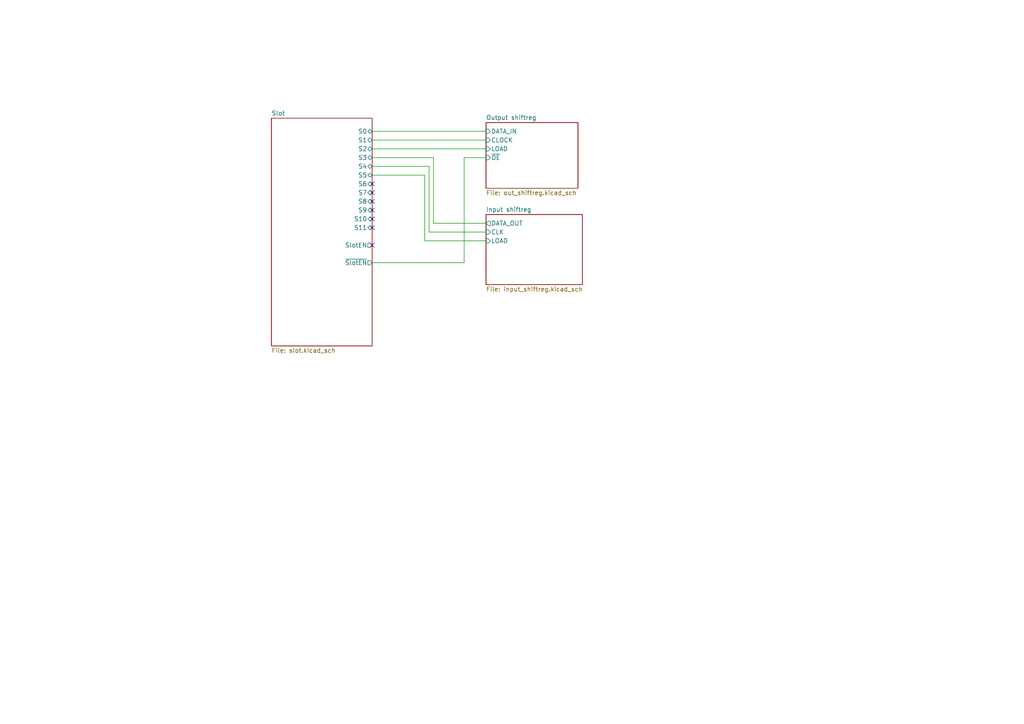
<source format=kicad_sch>
(kicad_sch
	(version 20231120)
	(generator "eeschema")
	(generator_version "8.0")
	(uuid "27ea9b41-4ea8-46d9-bfcf-642de6effcb3")
	(paper "A4")
	(lib_symbols)
	(no_connect
		(at 107.95 55.88)
		(uuid "0f29d73e-b968-44b1-934b-ad6df1f3f539")
	)
	(no_connect
		(at 107.95 53.34)
		(uuid "227feb99-48c8-4448-8d3c-473080f6f2a9")
	)
	(no_connect
		(at 107.95 60.96)
		(uuid "248e7417-3f56-446b-8127-4775fdbdee63")
	)
	(no_connect
		(at 107.95 66.04)
		(uuid "7dcc9f66-7cfb-4f7f-9a59-dcbe9cd3c5d8")
	)
	(no_connect
		(at 107.95 58.42)
		(uuid "9594d6eb-0291-430d-a7d2-a5e20d9ac4f8")
	)
	(no_connect
		(at 107.95 63.5)
		(uuid "a1c978ac-069c-49b9-a7c5-6aeedf654771")
	)
	(no_connect
		(at 107.95 71.12)
		(uuid "c7836366-1097-4d37-a5ab-00d9213be46f")
	)
	(wire
		(pts
			(xy 140.97 45.72) (xy 134.62 45.72)
		)
		(stroke
			(width 0)
			(type default)
		)
		(uuid "1a53c458-ebdc-4fd5-9283-3ebe64232448")
	)
	(wire
		(pts
			(xy 124.46 67.31) (xy 124.46 48.26)
		)
		(stroke
			(width 0)
			(type default)
		)
		(uuid "209a37e1-be1f-40e0-a1b0-5a8deb2d4daf")
	)
	(wire
		(pts
			(xy 107.95 43.18) (xy 140.97 43.18)
		)
		(stroke
			(width 0)
			(type default)
		)
		(uuid "22f98f8d-ca9b-4b02-be3b-3a26331f36bf")
	)
	(wire
		(pts
			(xy 123.19 69.85) (xy 140.97 69.85)
		)
		(stroke
			(width 0)
			(type default)
		)
		(uuid "2ca6359d-87e3-4d77-9005-781e8a7174db")
	)
	(wire
		(pts
			(xy 107.95 40.64) (xy 140.97 40.64)
		)
		(stroke
			(width 0)
			(type default)
		)
		(uuid "4628d3ae-d079-4a9d-a21a-9ee89128610f")
	)
	(wire
		(pts
			(xy 140.97 67.31) (xy 124.46 67.31)
		)
		(stroke
			(width 0)
			(type default)
		)
		(uuid "58043875-1b18-4ffe-86a4-3de443dd2775")
	)
	(wire
		(pts
			(xy 124.46 48.26) (xy 107.95 48.26)
		)
		(stroke
			(width 0)
			(type default)
		)
		(uuid "7a216dbd-9bdf-4b5f-87e1-8720657f1cdf")
	)
	(wire
		(pts
			(xy 107.95 38.1) (xy 140.97 38.1)
		)
		(stroke
			(width 0)
			(type default)
		)
		(uuid "7b6dff6b-1240-47f7-bf18-b1be2fb380a2")
	)
	(wire
		(pts
			(xy 123.19 50.8) (xy 123.19 69.85)
		)
		(stroke
			(width 0)
			(type default)
		)
		(uuid "8787b738-717d-43d6-a04c-3d08b525c773")
	)
	(wire
		(pts
			(xy 107.95 50.8) (xy 123.19 50.8)
		)
		(stroke
			(width 0)
			(type default)
		)
		(uuid "8ba114a3-882e-4a16-af68-d0ec4f84619a")
	)
	(wire
		(pts
			(xy 134.62 76.2) (xy 107.95 76.2)
		)
		(stroke
			(width 0)
			(type default)
		)
		(uuid "8c58043a-58b0-4c11-9587-6f236239299f")
	)
	(wire
		(pts
			(xy 107.95 45.72) (xy 125.73 45.72)
		)
		(stroke
			(width 0)
			(type default)
		)
		(uuid "95a57611-775a-47d6-9b2b-a9b2764fa468")
	)
	(wire
		(pts
			(xy 134.62 45.72) (xy 134.62 76.2)
		)
		(stroke
			(width 0)
			(type default)
		)
		(uuid "aafff09c-30f3-484d-a2e1-8bc9fb851d0a")
	)
	(wire
		(pts
			(xy 125.73 45.72) (xy 125.73 64.77)
		)
		(stroke
			(width 0)
			(type default)
		)
		(uuid "d671b877-504e-487f-b62d-d1dd8885db06")
	)
	(wire
		(pts
			(xy 125.73 64.77) (xy 140.97 64.77)
		)
		(stroke
			(width 0)
			(type default)
		)
		(uuid "f4a2d023-5332-49fb-8be5-0be03d7d3440")
	)
	(sheet
		(at 140.97 35.56)
		(size 26.67 19.05)
		(fields_autoplaced yes)
		(stroke
			(width 0.1524)
			(type solid)
		)
		(fill
			(color 0 0 0 0.0000)
		)
		(uuid "400c0f37-169a-48ce-93d6-668158024be5")
		(property "Sheetname" "Output shiftreg"
			(at 140.97 34.8484 0)
			(effects
				(font
					(size 1.27 1.27)
				)
				(justify left bottom)
			)
		)
		(property "Sheetfile" "out_shiftreg.kicad_sch"
			(at 140.97 55.1946 0)
			(effects
				(font
					(size 1.27 1.27)
				)
				(justify left top)
			)
		)
		(pin "CLOCK" input
			(at 140.97 40.64 180)
			(effects
				(font
					(size 1.27 1.27)
				)
				(justify left)
			)
			(uuid "26a25e1e-70a1-443e-a670-78a9614ebc19")
		)
		(pin "LOAD" input
			(at 140.97 43.18 180)
			(effects
				(font
					(size 1.27 1.27)
				)
				(justify left)
			)
			(uuid "d99aea19-f6fc-4b27-a301-b2e721a90477")
		)
		(pin "~{OE}" input
			(at 140.97 45.72 180)
			(effects
				(font
					(size 1.27 1.27)
				)
				(justify left)
			)
			(uuid "da61a10c-d4e7-4c92-b890-ca453d41a76f")
		)
		(pin "DATA_IN" input
			(at 140.97 38.1 180)
			(effects
				(font
					(size 1.27 1.27)
				)
				(justify left)
			)
			(uuid "f508220d-51d5-43cc-910f-244b6d889d98")
		)
		(instances
			(project "rioctrl-shiftio"
				(path "/27ea9b41-4ea8-46d9-bfcf-642de6effcb3"
					(page "3")
				)
			)
		)
	)
	(sheet
		(at 78.74 34.29)
		(size 29.21 66.04)
		(fields_autoplaced yes)
		(stroke
			(width 0.1524)
			(type solid)
		)
		(fill
			(color 0 0 0 0.0000)
		)
		(uuid "46956c94-f9d4-4eb6-8471-0c41a6bbbcb1")
		(property "Sheetname" "Slot"
			(at 78.74 33.5784 0)
			(effects
				(font
					(size 1.27 1.27)
				)
				(justify left bottom)
			)
		)
		(property "Sheetfile" "slot.kicad_sch"
			(at 78.74 100.9146 0)
			(effects
				(font
					(size 1.27 1.27)
				)
				(justify left top)
			)
		)
		(pin "SlotEN" output
			(at 107.95 71.12 0)
			(effects
				(font
					(size 1.27 1.27)
				)
				(justify right)
			)
			(uuid "6d965563-4efa-4a50-83fc-bd22a7a4be4d")
		)
		(pin "S11" bidirectional
			(at 107.95 66.04 0)
			(effects
				(font
					(size 1.27 1.27)
				)
				(justify right)
			)
			(uuid "ac9d21e4-dde2-4df8-a1bf-40bc51e21743")
		)
		(pin "S10" bidirectional
			(at 107.95 63.5 0)
			(effects
				(font
					(size 1.27 1.27)
				)
				(justify right)
			)
			(uuid "d462b3ae-0252-40a6-8d18-366af83c0bae")
		)
		(pin "~{SlotEN}" output
			(at 107.95 76.2 0)
			(effects
				(font
					(size 1.27 1.27)
				)
				(justify right)
			)
			(uuid "e20fd616-62cd-42d2-8b8d-fae30a6f68bc")
		)
		(pin "S6" bidirectional
			(at 107.95 53.34 0)
			(effects
				(font
					(size 1.27 1.27)
				)
				(justify right)
			)
			(uuid "134697b6-5b5f-4c85-a52f-5893821143b7")
		)
		(pin "S7" bidirectional
			(at 107.95 55.88 0)
			(effects
				(font
					(size 1.27 1.27)
				)
				(justify right)
			)
			(uuid "5b511037-5453-4d7e-bb20-bdd461ec2027")
		)
		(pin "S9" bidirectional
			(at 107.95 60.96 0)
			(effects
				(font
					(size 1.27 1.27)
				)
				(justify right)
			)
			(uuid "0d191b28-0ae0-42f6-b923-c7147104e594")
		)
		(pin "S8" bidirectional
			(at 107.95 58.42 0)
			(effects
				(font
					(size 1.27 1.27)
				)
				(justify right)
			)
			(uuid "e920a081-9840-49fb-ba9d-d3e61d6ff49a")
		)
		(pin "S0" bidirectional
			(at 107.95 38.1 0)
			(effects
				(font
					(size 1.27 1.27)
				)
				(justify right)
			)
			(uuid "dce7718b-15a5-41e1-b78b-bfb32305cd40")
		)
		(pin "S1" bidirectional
			(at 107.95 40.64 0)
			(effects
				(font
					(size 1.27 1.27)
				)
				(justify right)
			)
			(uuid "c1711a97-105c-483d-b66d-65cef45aba00")
		)
		(pin "S4" bidirectional
			(at 107.95 48.26 0)
			(effects
				(font
					(size 1.27 1.27)
				)
				(justify right)
			)
			(uuid "7d8c32f9-383e-471d-8d9c-d16ec432d7e1")
		)
		(pin "S5" bidirectional
			(at 107.95 50.8 0)
			(effects
				(font
					(size 1.27 1.27)
				)
				(justify right)
			)
			(uuid "378cba9b-e8d4-47e5-a1fc-685602fda258")
		)
		(pin "S3" bidirectional
			(at 107.95 45.72 0)
			(effects
				(font
					(size 1.27 1.27)
				)
				(justify right)
			)
			(uuid "f093a63b-97f4-459e-9ea9-80ae59e0aa68")
		)
		(pin "S2" bidirectional
			(at 107.95 43.18 0)
			(effects
				(font
					(size 1.27 1.27)
				)
				(justify right)
			)
			(uuid "8194c475-e101-4c88-aa2d-a36e0602ec96")
		)
		(instances
			(project "rioctrl-shiftio"
				(path "/27ea9b41-4ea8-46d9-bfcf-642de6effcb3"
					(page "2")
				)
			)
		)
	)
	(sheet
		(at 140.97 62.23)
		(size 27.94 20.32)
		(fields_autoplaced yes)
		(stroke
			(width 0.1524)
			(type solid)
		)
		(fill
			(color 0 0 0 0.0000)
		)
		(uuid "6aad9021-5d48-49a7-bcc6-4c6f53a6b7b2")
		(property "Sheetname" "Input shiftreg"
			(at 140.97 61.5184 0)
			(effects
				(font
					(size 1.27 1.27)
				)
				(justify left bottom)
			)
		)
		(property "Sheetfile" "input_shiftreg.kicad_sch"
			(at 140.97 83.1346 0)
			(effects
				(font
					(size 1.27 1.27)
				)
				(justify left top)
			)
		)
		(pin "DATA_OUT" output
			(at 140.97 64.77 180)
			(effects
				(font
					(size 1.27 1.27)
				)
				(justify left)
			)
			(uuid "ada252cf-da32-4d93-b350-c5ea23e96b0d")
		)
		(pin "CLK" input
			(at 140.97 67.31 180)
			(effects
				(font
					(size 1.27 1.27)
				)
				(justify left)
			)
			(uuid "4e79d615-68c9-49dc-b597-a7153c198c2d")
		)
		(pin "LOAD" input
			(at 140.97 69.85 180)
			(effects
				(font
					(size 1.27 1.27)
				)
				(justify left)
			)
			(uuid "a9bcff33-9372-4052-a264-204f17736a78")
		)
		(instances
			(project "rioctrl-shiftio"
				(path "/27ea9b41-4ea8-46d9-bfcf-642de6effcb3"
					(page "24")
				)
			)
		)
	)
	(sheet_instances
		(path "/"
			(page "1")
		)
	)
)

</source>
